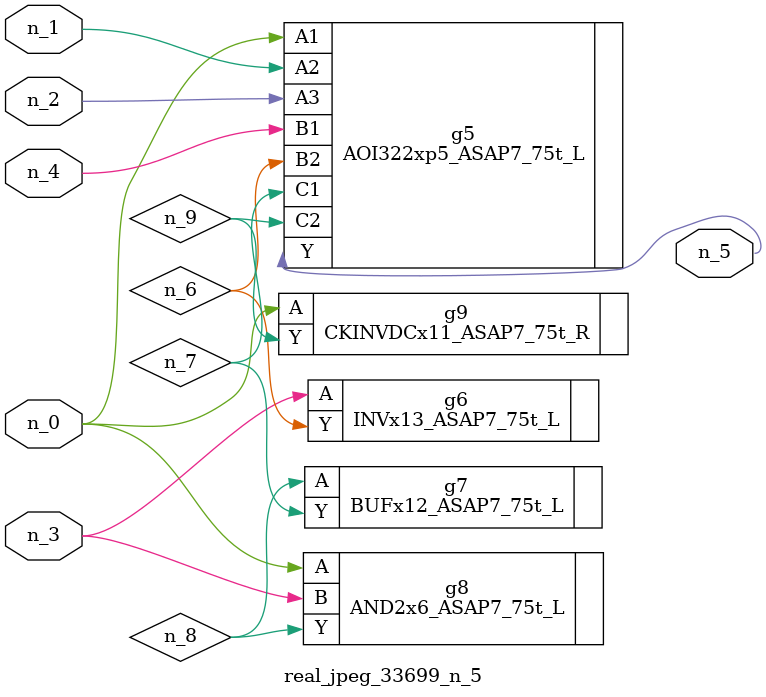
<source format=v>
module real_jpeg_33699_n_5 (n_4, n_0, n_1, n_2, n_3, n_5);

input n_4;
input n_0;
input n_1;
input n_2;
input n_3;

output n_5;

wire n_8;
wire n_6;
wire n_7;
wire n_9;

AOI322xp5_ASAP7_75t_L g5 ( 
.A1(n_0),
.A2(n_1),
.A3(n_2),
.B1(n_4),
.B2(n_6),
.C1(n_7),
.C2(n_9),
.Y(n_5)
);

AND2x6_ASAP7_75t_L g8 ( 
.A(n_0),
.B(n_3),
.Y(n_8)
);

CKINVDCx11_ASAP7_75t_R g9 ( 
.A(n_0),
.Y(n_9)
);

INVx13_ASAP7_75t_L g6 ( 
.A(n_3),
.Y(n_6)
);

BUFx12_ASAP7_75t_L g7 ( 
.A(n_8),
.Y(n_7)
);


endmodule
</source>
